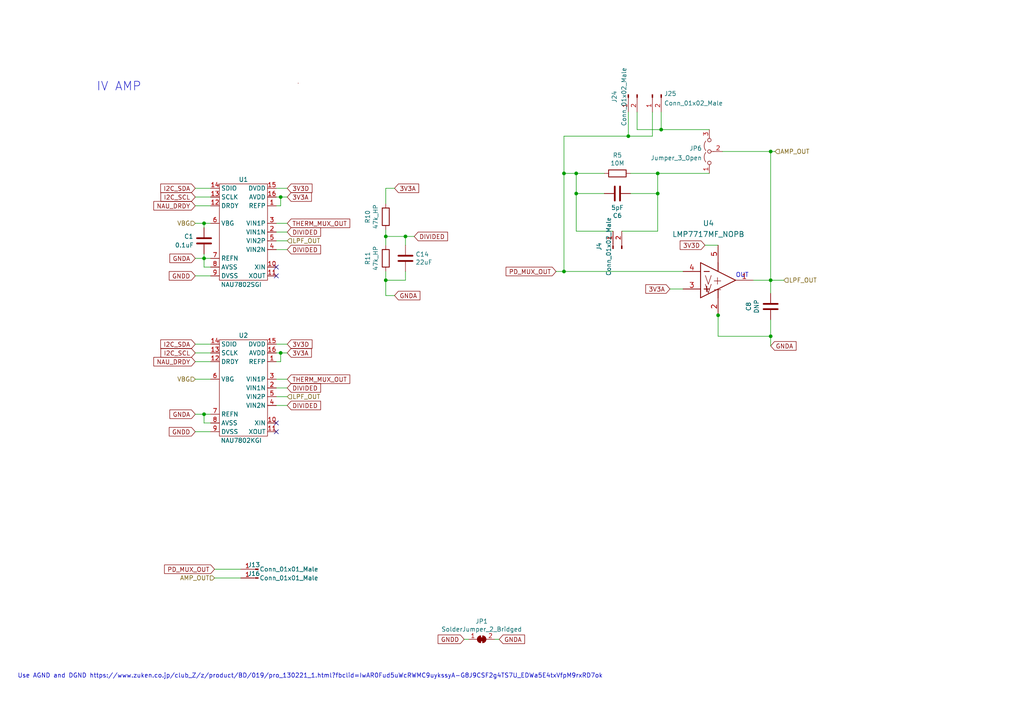
<source format=kicad_sch>
(kicad_sch (version 20230121) (generator eeschema)
  (paper "A4")
  (lib_symbols
    (symbol "Connector:Conn_01x01_Male" (pin_names (offset 1.016) hide)
      (property "Reference" "J" (at 0 2.54 0))
      (property "Value" "Conn_01x01_Male" (at 0 -2.54 0))
      (symbol "Conn_01x01_Male_1_1"
        (polyline (pts (xy 1.27 0) (xy 0.8636 0)) (stroke (width 0.1524)))
        (rectangle (start 0.8636 0.127) (end 0 -0.127) (stroke (width 0.1524)) (fill (type outline)))
        (pin passive line (at 5.08 0 180) (length 3.81) (name "Pin_1") (number "1"))
      )
    )
    (symbol "Connector:Conn_01x02_Male" (pin_names (offset 1.016) hide)
      (property "Reference" "J" (at 0 2.54 0))
      (property "Value" "Conn_01x02_Male" (at 0 -5.08 0))
      (symbol "Conn_01x02_Male_1_1"
        (polyline (pts (xy 1.27 -2.54) (xy 0.8636 -2.54)) (stroke (width 0.1524)))
        (polyline (pts (xy 1.27 0) (xy 0.8636 0)) (stroke (width 0.1524)))
        (rectangle (start 0.8636 -2.413) (end 0 -2.667) (stroke (width 0.1524)) (fill (type outline)))
        (rectangle (start 0.8636 0.127) (end 0 -0.127) (stroke (width 0.1524)) (fill (type outline)))
        (pin passive line (at 5.08 0 180) (length 3.81) (name "Pin_1") (number "1"))
        (pin passive line (at 5.08 -2.54 180) (length 3.81) (name "Pin_2") (number "2"))
      )
    )
    (symbol "Device:C" (pin_numbers hide) (pin_names (offset 0.254))
      (property "Reference" "C" (at 0.635 2.54 0))
      (property "Value" "C" (at 0.635 -2.54 0))
      (symbol "C_0_1"
        (polyline (pts (xy -2.032 -0.762) (xy 2.032 -0.762)) (stroke (width 0.508)))
        (polyline (pts (xy -2.032 0.762) (xy 2.032 0.762)) (stroke (width 0.508)))
      )
      (symbol "C_1_1"
        (pin passive line (at 0 3.81 270) (length 2.794) (name "~") (number "1"))
        (pin passive line (at 0 -3.81 90) (length 2.794) (name "~") (number "2"))
      )
    )
    (symbol "Device:R" (pin_numbers hide) (pin_names (offset 0))
      (property "Reference" "R" (at 2.032 0 90))
      (property "Value" "R" (at 0 0 90))
      (symbol "R_0_1"
        (rectangle (start -1.016 -2.54) (end 1.016 2.54) (stroke (width 0.254)))
      )
      (symbol "R_1_1"
        (pin passive line (at 0 3.81 270) (length 1.27) (name "~") (number "1"))
        (pin passive line (at 0 -3.81 90) (length 1.27) (name "~") (number "2"))
      )
    )
    (symbol "Jumper:Jumper_3_Open" (pin_names (offset 0) hide)
      (property "Reference" "JP" (at -2.54 -2.54 0))
      (property "Value" "Jumper_3_Open" (at 0 2.794 0))
      (symbol "Jumper_3_Open_0_0"
        (circle (center -3.302 0) (radius 0.508))
        (circle (center 0 0) (radius 0.508))
        (circle (center 3.302 0) (radius 0.508))
      )
      (symbol "Jumper_3_Open_0_1"
        (arc (start -0.254 1.016) (mid -1.651 1.4992) (end -3.048 1.016))
        (polyline (pts (xy 0 -0.508) (xy 0 -1.27)))
        (arc (start 3.048 1.016) (mid 1.651 1.4992) (end 0.254 1.016))
      )
      (symbol "Jumper_3_Open_1_1"
        (pin passive line (at -6.35 0 0) (length 2.54) (name "A") (number "1"))
        (pin input line (at 0 -3.81 90) (length 2.54) (name "C") (number "2"))
        (pin passive line (at 6.35 0 180) (length 2.54) (name "B") (number "3"))
      )
    )
    (symbol "Jumper:SolderJumper_2_Bridged" (pin_names (offset 0) hide)
      (property "Reference" "JP" (at 0 2.032 0))
      (property "Value" "SolderJumper_2_Bridged" (at 0 -2.54 0))
      (symbol "SolderJumper_2_Bridged_0_1"
        (rectangle (start -0.508 0.508) (end 0.508 -0.508) (fill (type outline)))
        (arc (start -0.254 1.016) (mid -1.2656 0) (end -0.254 -1.016))
        (arc (start -0.254 1.016) (mid -1.2656 0) (end -0.254 -1.016) (fill (type outline)))
        (polyline (pts (xy -0.254 1.016) (xy -0.254 -1.016)))
        (polyline (pts (xy 0.254 1.016) (xy 0.254 -1.016)))
        (arc (start 0.254 -1.016) (mid 1.2656 0) (end 0.254 1.016))
        (arc (start 0.254 -1.016) (mid 1.2656 0) (end 0.254 1.016) (fill (type outline)))
      )
      (symbol "SolderJumper_2_Bridged_1_1"
        (pin passive line (at -3.81 0 0) (length 2.54) (name "A") (number "1"))
        (pin passive line (at 3.81 0 180) (length 2.54) (name "B") (number "2"))
      )
    )
    (symbol "Ninja-qPCR:LMP7717MF_NOPB" (pin_names (offset 0) hide)
      (property "Reference" "U" (at 15.748 0.254 0))
      (property "Value" "Ninja-qPCR_LMP7717MF_NOPB" (at 15.748 -2.286 0))
      (symbol "LMP7717MF_NOPB_0_0"
        (text "V+" (at 3.81 -5.08 0) (effects (font (size 2.54 2.54))))
        (text "V-" (at 3.81 -7.62 0) (effects (font (size 2.54 2.54))))
      )
      (symbol "LMP7717MF_NOPB_1_1"
        (polyline (pts (xy 0 -10.16) (xy 10.16 -5.08)) (stroke (width 0.254)))
        (polyline (pts (xy 0 0) (xy 0 -10.16)) (stroke (width 0.254)))
        (polyline (pts (xy 0 0) (xy 10.16 -5.08)) (stroke (width 0.254)))
        (polyline (pts (xy 1.016 -7.62) (xy 2.54 -7.62)) (stroke (width 0.254)))
        (polyline (pts (xy 1.016 -2.54) (xy 2.54 -2.54)) (stroke (width 0.254)))
        (polyline (pts (xy 1.778 -6.858) (xy 1.778 -8.382)) (stroke (width 0.254)))
        (polyline (pts (xy 5.08 -7.62) (xy 5.08 -10.16)) (stroke (width 0.254)))
        (polyline (pts (xy 5.08 0) (xy 5.08 -2.54)) (stroke (width 0.254)))
        (pin output line (at 15.24 -5.08 180) (length 5.08) (name "OUT") (number "1"))
        (pin power_in line (at 5.08 -15.24 90) (length 5.08) (name "V-") (number "2"))
        (pin input line (at -5.08 -7.62 0) (length 5.08) (name "IN+") (number "3"))
        (pin input line (at -5.08 -2.54 0) (length 5.08) (name "IN-") (number "4"))
        (pin power_in line (at 5.08 5.08 270) (length 5.08) (name "V+") (number "5"))
      )
    )
    (symbol "Ninja-qPCR:NAU7802"
      (property "Reference" "U" (at 8.89 2.54 0))
      (property "Value" "NAU7802" (at 8.89 -27.94 0))
      (symbol "NAU7802_0_1"
        (rectangle (start 2.54 1.27) (end 16.51 -26.67) (stroke (width 0.1524)))
        (rectangle (start 25.4 30.48) (end 25.4 30.48) (stroke (width 0.1524)))
        (rectangle (start 25.4 30.48) (end 25.4 30.48) (stroke (width 0.1524)))
        (rectangle (start 25.4 30.48) (end 25.4 30.48) (stroke (width 0.1524)))
      )
      (symbol "NAU7802_1_1"
        (pin input line (at 19.05 -5.08 180) (length 2.54) (name "REFP") (number "1"))
        (pin input line (at 19.05 -22.86 180) (length 2.54) (name "XIN") (number "10"))
        (pin input line (at 19.05 -25.4 180) (length 2.54) (name "XOUT") (number "11"))
        (pin input line (at 0 -5.08 0) (length 2.54) (name "DRDY") (number "12"))
        (pin input line (at 0 -2.54 0) (length 2.54) (name "SCLK") (number "13"))
        (pin input line (at 0 0 0) (length 2.54) (name "SDIO") (number "14"))
        (pin input line (at 19.05 0 180) (length 2.54) (name "DVDD") (number "15"))
        (pin input line (at 19.05 -2.54 180) (length 2.54) (name "AVDD") (number "16"))
        (pin input line (at 19.05 -12.7 180) (length 2.54) (name "VIN1N") (number "2"))
        (pin input line (at 19.05 -10.16 180) (length 2.54) (name "VIN1P") (number "3"))
        (pin input line (at 19.05 -17.78 180) (length 2.54) (name "VIN2N") (number "4"))
        (pin input line (at 19.05 -15.24 180) (length 2.54) (name "VIN2P") (number "5"))
        (pin input line (at 0 -10.16 0) (length 2.54) (name "VBG") (number "6"))
        (pin input line (at 0 -20.32 0) (length 2.54) (name "REFN") (number "7"))
        (pin input line (at 0 -22.86 0) (length 2.54) (name "AVSS") (number "8"))
        (pin input line (at 0 -25.4 0) (length 2.54) (name "DVSS") (number "9"))
      )
    )
  )
  (junction (at 59.182 74.93))
  (junction (at 190.754 56.134))
  (junction (at 167.132 56.134))
  (junction (at 81.407 102.362))
  (junction (at 182.245 39.497))
  (junction (at 191.77 37.592))
  (junction (at 163.576 50.292))
  (junction (at 81.407 57.15))
  (junction (at 117.602 68.58))
  (junction (at 163.576 78.74))
  (junction (at 111.887 81.28))
  (junction (at 223.52 43.942))
  (junction (at 167.132 50.292))
  (junction (at 223.52 97.536))
  (junction (at 111.887 68.58))
  (junction (at 208.28 91.44))
  (junction (at 59.182 120.142))
  (junction (at 190.754 50.292))
  (junction (at 223.52 81.28))
  (junction (at 59.182 64.77))
  (no_connect (at 80.137 125.222))
  (no_connect (at 80.137 77.47))
  (no_connect (at 80.137 80.01))
  (no_connect (at 80.137 122.682))
  (wire (pts (xy 111.887 81.28) (xy 117.602 81.28)))
  (wire (pts (xy 56.642 109.982) (xy 61.087 109.982)))
  (wire (pts (xy 180.34 67.056) (xy 190.754 67.056)))
  (wire (pts (xy 117.602 68.58) (xy 117.602 71.12)))
  (wire (pts (xy 163.576 50.292) (xy 163.576 78.74)))
  (wire (pts (xy 208.28 91.186) (xy 208.28 91.44)))
  (wire (pts (xy 80.137 102.362) (xy 81.407 102.362)))
  (wire (pts (xy 61.087 64.77) (xy 59.182 64.77)))
  (wire (pts (xy 218.44 81.28) (xy 223.52 81.28)))
  (wire (pts (xy 59.182 74.93) (xy 61.087 74.93)))
  (wire (pts (xy 56.642 59.69) (xy 61.087 59.69)))
  (wire (pts (xy 62.23 167.64) (xy 69.85 167.64)))
  (wire (pts (xy 208.28 97.536) (xy 223.52 97.536)))
  (wire (pts (xy 191.77 32.512) (xy 191.77 37.592)))
  (wire (pts (xy 208.28 91.44) (xy 208.28 97.536)))
  (wire (pts (xy 134.62 185.42) (xy 135.89 185.42)))
  (wire (pts (xy 80.137 59.69) (xy 81.407 59.69)))
  (wire (pts (xy 167.132 56.134) (xy 175.26 56.134)))
  (wire (pts (xy 111.887 68.58) (xy 111.887 71.12)))
  (wire (pts (xy 80.137 117.602) (xy 83.312 117.602)))
  (wire (pts (xy 223.52 97.536) (xy 223.52 100.33)))
  (wire (pts (xy 56.642 104.902) (xy 61.087 104.902)))
  (wire (pts (xy 189.23 32.512) (xy 189.23 39.497)))
  (wire (pts (xy 56.642 102.362) (xy 61.087 102.362)))
  (wire (pts (xy 182.245 39.497) (xy 163.576 39.497)))
  (wire (pts (xy 80.137 57.15) (xy 81.407 57.15)))
  (wire (pts (xy 223.52 43.942) (xy 223.52 81.28)))
  (wire (pts (xy 56.642 125.222) (xy 61.087 125.222)))
  (wire (pts (xy 56.642 54.61) (xy 61.087 54.61)))
  (wire (pts (xy 163.576 78.74) (xy 198.12 78.74)))
  (wire (pts (xy 205.74 37.592) (xy 191.77 37.592)))
  (wire (pts (xy 209.55 43.942) (xy 223.52 43.942)))
  (wire (pts (xy 184.785 37.592) (xy 184.785 32.512)))
  (wire (pts (xy 56.642 57.15) (xy 61.087 57.15)))
  (wire (pts (xy 80.137 115.062) (xy 83.312 115.062)))
  (wire (pts (xy 167.132 50.292) (xy 163.576 50.292)))
  (wire (pts (xy 80.137 99.822) (xy 83.312 99.822)))
  (wire (pts (xy 114.427 54.61) (xy 111.887 54.61)))
  (wire (pts (xy 80.137 72.39) (xy 83.312 72.39)))
  (wire (pts (xy 80.137 112.522) (xy 83.312 112.522)))
  (wire (pts (xy 182.88 50.292) (xy 190.754 50.292)))
  (wire (pts (xy 111.887 54.61) (xy 111.887 59.055)))
  (wire (pts (xy 80.137 69.85) (xy 83.312 69.85)))
  (wire (pts (xy 223.52 92.71) (xy 223.52 97.536)))
  (wire (pts (xy 59.182 122.682) (xy 61.087 122.682)))
  (wire (pts (xy 114.427 85.725) (xy 111.887 85.725)))
  (wire (pts (xy 190.754 56.134) (xy 190.754 50.292)))
  (wire (pts (xy 144.78 185.42) (xy 143.51 185.42)))
  (wire (pts (xy 111.887 78.74) (xy 111.887 81.28)))
  (wire (pts (xy 167.132 50.292) (xy 175.26 50.292)))
  (wire (pts (xy 182.88 56.134) (xy 190.754 56.134)))
  (wire (pts (xy 59.182 120.142) (xy 61.087 120.142)))
  (wire (pts (xy 81.407 102.362) (xy 83.312 102.362)))
  (wire (pts (xy 56.642 74.93) (xy 59.182 74.93)))
  (wire (pts (xy 81.407 102.362) (xy 81.407 104.902)))
  (wire (pts (xy 59.182 74.93) (xy 59.182 77.47)))
  (wire (pts (xy 80.137 67.31) (xy 83.312 67.31)))
  (wire (pts (xy 56.642 64.77) (xy 59.182 64.77)))
  (wire (pts (xy 81.407 57.15) (xy 83.312 57.15)))
  (wire (pts (xy 167.132 67.056) (xy 167.132 56.134)))
  (wire (pts (xy 111.887 66.675) (xy 111.887 68.58)))
  (wire (pts (xy 80.137 109.982) (xy 83.312 109.982)))
  (wire (pts (xy 177.8 67.056) (xy 167.132 67.056)))
  (wire (pts (xy 182.245 32.512) (xy 182.245 39.497)))
  (wire (pts (xy 56.642 99.822) (xy 61.087 99.822)))
  (wire (pts (xy 56.642 80.01) (xy 61.087 80.01)))
  (wire (pts (xy 194.31 83.82) (xy 198.12 83.82)))
  (wire (pts (xy 223.52 81.28) (xy 227.33 81.28)))
  (wire (pts (xy 59.182 73.66) (xy 59.182 74.93)))
  (wire (pts (xy 223.52 43.942) (xy 224.79 43.942)))
  (wire (pts (xy 190.754 67.056) (xy 190.754 56.134)))
  (wire (pts (xy 191.77 37.592) (xy 184.785 37.592)))
  (wire (pts (xy 59.182 77.47) (xy 61.087 77.47)))
  (wire (pts (xy 163.576 39.497) (xy 163.576 50.292)))
  (wire (pts (xy 80.137 64.77) (xy 83.312 64.77)))
  (wire (pts (xy 111.887 81.28) (xy 111.887 85.725)))
  (wire (pts (xy 161.29 78.74) (xy 163.576 78.74)))
  (wire (pts (xy 204.47 71.12) (xy 208.28 71.12)))
  (wire (pts (xy 81.407 57.15) (xy 81.407 59.69)))
  (wire (pts (xy 167.132 56.134) (xy 167.132 50.292)))
  (wire (pts (xy 59.182 64.77) (xy 59.182 66.04)))
  (wire (pts (xy 223.52 81.28) (xy 223.52 85.09)))
  (wire (pts (xy 80.137 104.902) (xy 81.407 104.902)))
  (wire (pts (xy 190.754 50.292) (xy 205.74 50.292)))
  (wire (pts (xy 62.23 165.1) (xy 69.85 165.1)))
  (wire (pts (xy 189.23 39.497) (xy 182.245 39.497)))
  (wire (pts (xy 117.602 78.74) (xy 117.602 81.28)))
  (wire (pts (xy 56.642 120.142) (xy 59.182 120.142)))
  (wire (pts (xy 111.887 68.58) (xy 117.602 68.58)))
  (wire (pts (xy 59.182 120.142) (xy 59.182 122.682)))
  (wire (pts (xy 80.137 54.61) (xy 83.312 54.61)))
  (wire (pts (xy 117.602 68.58) (xy 120.142 68.58)))
  (text "Use AGND and DGND  https://www.zuken.co.jp/club_Z/z/product/BD/019/pro_130221_1.html?fbclid=IwAR0Fud5uWcRWMC9uykssyA-G8J9CSF2g4TS7U_EDWa5E4txVfpM9rxRD7ok" (at 5.08 196.85 0) (effects (font (size 1.27 1.27)) (justify left bottom)))
  (text "IV AMP" (at 27.94 26.67 0) (effects (font (size 2.54 2.54)) (justify left bottom)))
  (text "OUT" (at 213.36 80.645 0) (effects (font (size 1.27 1.27)) (justify left bottom)))
  (global_label "GNDA" (shape input) (at 114.427 85.725 0) (property "Intersheetrefs" "${INTERSHEET_REFS}" (effects hide)))
  (global_label "GNDA" (shape input) (at 56.642 74.93 180) (property "Intersheetrefs" "${INTERSHEET_REFS}" (effects hide)))
  (global_label "GNDD" (shape input) (at 56.642 125.222 180) (property "Intersheetrefs" "${INTERSHEET_REFS}" (effects hide)))
  (global_label "DIVIDED" (shape input) (at 83.312 112.522 0) (property "Intersheetrefs" "${INTERSHEET_REFS}" (effects hide)))
  (global_label "3V3D" (shape input) (at 83.312 54.61 0) (property "Intersheetrefs" "${INTERSHEET_REFS}" (effects hide)))
  (global_label "DIVIDED" (shape input) (at 83.312 117.602 0) (property "Intersheetrefs" "${INTERSHEET_REFS}" (effects hide)))
  (global_label "3V3D" (shape input) (at 204.47 71.12 180) (property "Intersheetrefs" "${INTERSHEET_REFS}" (effects hide)))
  (global_label "DIVIDED" (shape input) (at 83.312 67.31 0) (property "Intersheetrefs" "${INTERSHEET_REFS}" (effects hide)))
  (global_label "THERM_MUX_OUT" (shape input) (at 83.312 64.77 0) (property "Intersheetrefs" "${INTERSHEET_REFS}" (effects hide)))
  (global_label "PD_MUX_OUT" (shape input) (at 62.23 165.1 180) (property "Intersheetrefs" "${INTERSHEET_REFS}" (effects hide)))
  (global_label "3V3A" (shape input) (at 194.31 83.82 180) (property "Intersheetrefs" "${INTERSHEET_REFS}" (effects hide)))
  (global_label "PD_MUX_OUT" (shape input) (at 161.29 78.74 180) (property "Intersheetrefs" "${INTERSHEET_REFS}" (effects hide)))
  (global_label "GNDD" (shape input) (at 134.62 185.42 180) (property "Intersheetrefs" "${INTERSHEET_REFS}" (effects hide)))
  (global_label "3V3A" (shape input) (at 83.312 57.15 0) (property "Intersheetrefs" "${INTERSHEET_REFS}" (effects hide)))
  (global_label "3V3D" (shape input) (at 83.312 99.822 0) (property "Intersheetrefs" "${INTERSHEET_REFS}" (effects hide)))
  (global_label "GNDA" (shape input) (at 144.78 185.42 0) (property "Intersheetrefs" "${INTERSHEET_REFS}" (effects hide)))
  (global_label "3V3A" (shape input) (at 83.312 102.362 0) (property "Intersheetrefs" "${INTERSHEET_REFS}" (effects hide)))
  (global_label "DIVIDED" (shape input) (at 83.312 72.39 0) (property "Intersheetrefs" "${INTERSHEET_REFS}" (effects hide)))
  (global_label "NAU_DRDY" (shape input) (at 56.642 59.69 180) (property "Intersheetrefs" "${INTERSHEET_REFS}" (effects hide)))
  (global_label "I2C_SDA" (shape input) (at 56.642 54.61 180) (property "Intersheetrefs" "${INTERSHEET_REFS}" (effects hide)))
  (global_label "DIVIDED" (shape input) (at 120.142 68.58 0) (property "Intersheetrefs" "${INTERSHEET_REFS}" (effects hide)))
  (global_label "I2C_SDA" (shape input) (at 56.642 99.822 180) (property "Intersheetrefs" "${INTERSHEET_REFS}" (effects hide)))
  (global_label "THERM_MUX_OUT" (shape input) (at 83.312 109.982 0) (property "Intersheetrefs" "${INTERSHEET_REFS}" (effects hide)))
  (global_label "NAU_DRDY" (shape input) (at 56.642 104.902 180) (property "Intersheetrefs" "${INTERSHEET_REFS}" (effects hide)))
  (global_label "I2C_SCL" (shape input) (at 56.642 102.362 180) (property "Intersheetrefs" "${INTERSHEET_REFS}" (effects hide)))
  (global_label "GNDD" (shape input) (at 56.642 80.01 180) (property "Intersheetrefs" "${INTERSHEET_REFS}" (effects hide)))
  (global_label "I2C_SCL" (shape input) (at 56.642 57.15 180) (property "Intersheetrefs" "${INTERSHEET_REFS}" (effects hide)))
  (global_label "GNDA" (shape input) (at 56.642 120.142 180) (property "Intersheetrefs" "${INTERSHEET_REFS}" (effects hide)))
  (global_label "3V3A" (shape input) (at 114.427 54.61 0) (property "Intersheetrefs" "${INTERSHEET_REFS}" (effects hide)))
  (global_label "GNDA" (shape input) (at 223.52 100.33 0) (property "Intersheetrefs" "${INTERSHEET_REFS}" (effects hide)))
  (hierarchical_label "LPF_OUT" (shape input) (at 83.312 115.062 0))
  (hierarchical_label "LPF_OUT" (shape input) (at 227.33 81.28 0))
  (hierarchical_label "VBG" (shape input) (at 56.642 64.77 180))
  (hierarchical_label "LPF_OUT" (shape input) (at 83.312 69.85 0))
  (hierarchical_label "AMP_OUT" (shape input) (at 62.23 167.64 180))
  (hierarchical_label "VBG" (shape input) (at 56.642 109.982 180))
  (hierarchical_label "AMP_OUT" (shape input) (at 224.79 43.942 0))
  (symbol (lib_id "Connector:Conn_01x01_Male") (at 74.93 165.1 0) (mirror y) (unit 1)
    (property "Reference" "J13" (at 73.66 163.83 0))
    (property "Value" "Conn_01x01_Male" (at 83.82 165.1 0))
    (property "Footprint" "Connector_PinHeader_1.27mm:PinHeader_1x01_P1.27mm_Vertical" (effects hide))
  )
  (symbol (lib_id "Device:C") (at 223.52 88.9 0) (unit 1)
    (property "Reference" "C8" (at 217.1192 88.9 90))
    (property "Value" "DNP" (at 219.4306 88.9 90))
    (property "Footprint" "Capacitor_SMD:C_0603_1608Metric" (effects hide))
  )
  (symbol (lib_id "Device:C") (at 179.07 56.134 270) (mirror x) (unit 1)
    (property "Reference" "C6" (at 179.07 62.5348 90))
    (property "Value" "5pF" (at 179.07 60.2234 90))
    (property "Footprint" "Capacitor_SMD:C_0603_1608Metric" (effects hide))
  )
  (symbol (lib_id "Ninja-qPCR:LMP7717MF_NOPB") (at 203.2 76.2 0) (unit 1)
    (property "Reference" "U4" (at 203.835 64.77 0) (effects (font (size 1.524 1.524)) (justify left)))
    (property "Value" "LMP7717MF_NOPB" (at 194.945 67.945 0) (effects (font (size 1.524 1.524)) (justify left)))
    (property "Footprint" "Package_TO_SOT_SMD:SOT-23-5" (effects hide))
  )
  (symbol (lib_id "Jumper:SolderJumper_2_Bridged") (at 139.7 185.42 0) (unit 1)
    (property "Reference" "JP1" (at 139.7 180.213 0))
    (property "Value" "SolderJumper_2_Bridged" (at 139.7 182.5244 0))
    (property "Footprint" "Jumper:SolderJumper-2_P1.3mm_Bridged_RoundedPad1.0x1.5mm" (effects hide))
  )
  (symbol (lib_id "Connector:Conn_01x01_Male") (at 74.93 167.64 0) (mirror y) (unit 1)
    (property "Reference" "J16" (at 73.66 166.37 0))
    (property "Value" "Conn_01x01_Male" (at 83.82 167.64 0))
    (property "Footprint" "Connector_PinHeader_1.27mm:PinHeader_1x01_P1.27mm_Vertical" (effects hide))
  )
  (symbol (lib_id "Ninja-qPCR:NAU7802") (at 61.087 99.822 0) (unit 1)
    (property "Reference" "U2" (at 70.612 97.282 0))
    (property "Value" "NAU7802KGI" (at 69.977 127.762 0))
    (property "Footprint" "Package_DIP:DIP-16_W7.62mm" (effects hide))
  )
  (symbol (lib_id "Connector:Conn_01x02_Male") (at 189.23 27.432 90) (mirror x) (unit 1)
    (property "Reference" "J25" (at 192.6082 27.1585 90) (effects (justify right)))
    (property "Value" "Conn_01x02_Male" (at 192.6082 29.9336 90) (effects (justify right)))
    (property "Footprint" "Connector_PinHeader_1.27mm:PinHeader_1x02_P1.27mm_Vertical" (effects hide))
  )
  (symbol (lib_id "Device:C") (at 117.602 74.93 0) (unit 1)
    (property "Reference" "C14" (at 120.523 73.7616 0) (effects (justify left)))
    (property "Value" "22uF" (at 120.523 76.073 0) (effects (justify left)))
    (property "Footprint" "Capacitor_SMD:C_1210_3225Metric" (effects hide))
  )
  (symbol (lib_id "Connector:Conn_01x02_Male") (at 182.245 27.432 90) (mirror x) (unit 1)
    (property "Reference" "J24" (at 178.2023 28.067 0))
    (property "Value" "Conn_01x02_Male" (at 180.9774 28.067 0))
    (property "Footprint" "Connector_PinHeader_1.27mm:PinHeader_1x02_P1.27mm_Vertical" (effects hide))
  )
  (symbol (lib_id "Device:R") (at 111.887 62.865 0) (unit 1)
    (property "Reference" "R10" (at 106.6292 62.865 90))
    (property "Value" "47k_HP" (at 108.9406 62.865 90))
    (property "Footprint" "Resistor_SMD:R_0603_1608Metric" (effects hide))
  )
  (symbol (lib_id "Ninja-qPCR:NAU7802") (at 61.087 54.61 0) (unit 1)
    (property "Reference" "U1" (at 70.612 52.07 0))
    (property "Value" "NAU7802SGI" (at 69.977 82.55 0))
    (property "Footprint" "Package_SO:SOIC-16_3.9x9.9mm_P1.27mm" (effects hide))
  )
  (symbol (lib_id "Device:R") (at 179.07 50.292 90) (mirror x) (unit 1)
    (property "Reference" "R5" (at 179.07 45.0342 90))
    (property "Value" "10M" (at 179.07 47.3456 90))
    (property "Footprint" "Resistor_SMD:R_0603_1608Metric" (effects hide))
  )
  (symbol (lib_id "Connector:Conn_01x02_Male") (at 177.8 72.136 90) (unit 1)
    (property "Reference" "J4" (at 173.7573 71.501 0))
    (property "Value" "Conn_01x02_Male" (at 176.5324 71.501 0))
    (property "Footprint" "Connector_PinHeader_2.54mm:PinHeader_1x02_P2.54mm_Vertical" (effects hide))
  )
  (symbol (lib_id "Device:C") (at 59.182 69.85 0) (unit 1)
    (property "Reference" "C1" (at 54.737 68.58 0))
    (property "Value" "0.1uF" (at 53.467 71.12 0))
    (property "Footprint" "Capacitor_SMD:C_0603_1608Metric" (effects hide))
  )
  (symbol (lib_id "Device:R") (at 111.887 74.93 0) (unit 1)
    (property "Reference" "R11" (at 106.6292 74.93 90))
    (property "Value" "47k_HP" (at 108.9406 74.93 90))
    (property "Footprint" "Resistor_SMD:R_0603_1608Metric" (effects hide))
  )
  (symbol (lib_id "Jumper:Jumper_3_Open") (at 205.74 43.942 90) (unit 1)
    (property "Reference" "JP6" (at 203.6059 43.0335 90) (effects (justify left)))
    (property "Value" "Jumper_3_Open" (at 203.6059 45.8086 90) (effects (justify left)))
    (property "Footprint" "Jumper:SolderJumper-3_P2.0mm_Open_TrianglePad1.0x1.5mm" (effects hide))
  )
)
</source>
